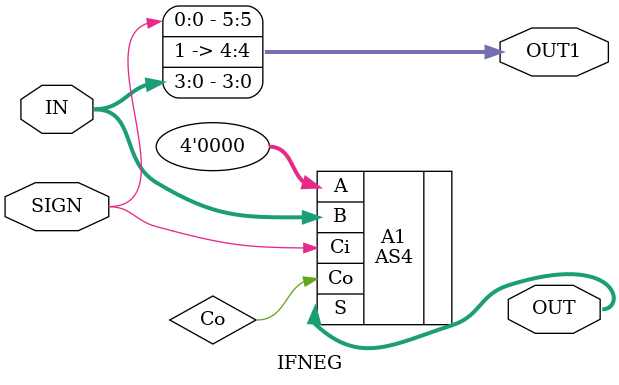
<source format=sv>
module IFNEG(SIGN,IN,OUT,OUT1);
input SIGN;
input [3:0] IN;
output [3:0] OUT; 
output [5:0] OUT1;

wire Co;

AS4 A1(.A(4'b0000),.B(IN),.Ci(SIGN),.Co(Co),.S(OUT));

assign OUT1 = {SIGN,1'b1,IN};
 
 
endmodule

</source>
